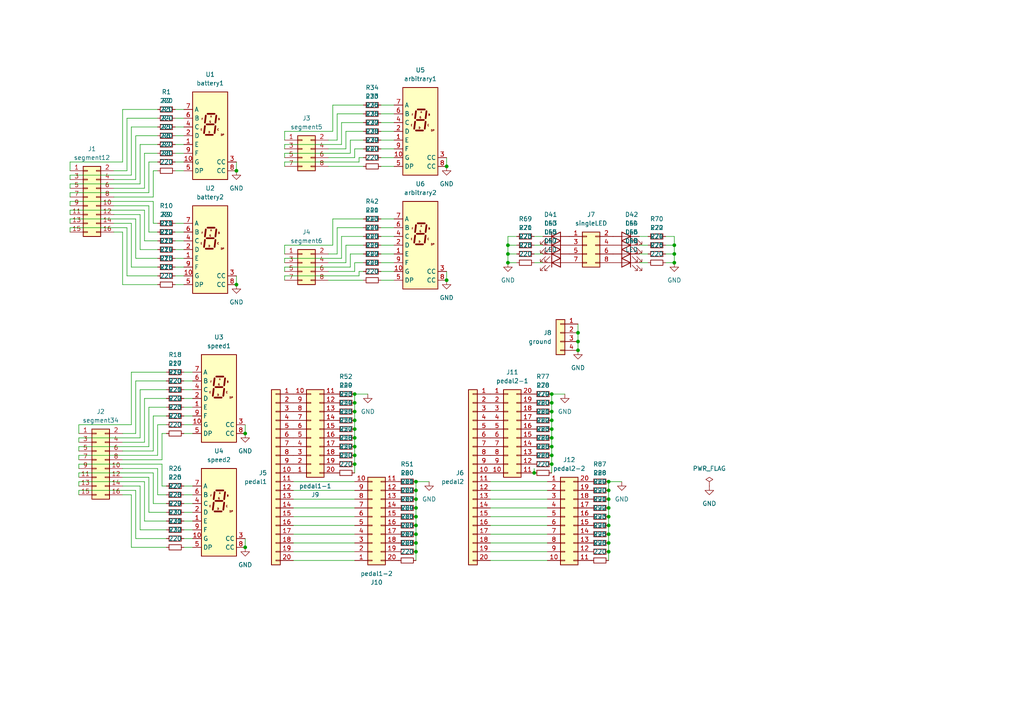
<source format=kicad_sch>
(kicad_sch (version 20230121) (generator eeschema)
  (paper "A4")
  (title_block (title "EP5 dashboard to board") (date "2024-01-01") (rev "1") (company "NTURacing") (comment 1 "郭哲明") (comment 2 "electrical group"))
  (junction (at 120.65 157.48))
  (junction (at 160.02 114.3))
  (junction (at 120.65 142.24))
  (junction (at 167.64 96.52))
  (junction (at 176.53 160.02))
  (junction (at 129.54 81.28))
  (junction (at 68.58 49.53))
  (junction (at 160.02 129.54))
  (junction (at 176.53 147.32))
  (junction (at 176.53 157.48))
  (junction (at 102.87 134.62))
  (junction (at 102.87 116.84))
  (junction (at 102.87 119.38))
  (junction (at 129.54 48.26))
  (junction (at 120.65 154.94))
  (junction (at 160.02 134.62))
  (junction (at 195.58 76.2))
  (junction (at 160.02 124.46))
  (junction (at 120.65 160.02))
  (junction (at 176.53 144.78))
  (junction (at 120.65 147.32))
  (junction (at 102.87 132.08))
  (junction (at 147.32 73.66))
  (junction (at 102.87 114.3))
  (junction (at 160.02 119.38))
  (junction (at 120.65 139.7))
  (junction (at 102.87 121.92))
  (junction (at 120.65 152.4))
  (junction (at 71.12 125.73))
  (junction (at 176.53 152.4))
  (junction (at 167.64 99.06))
  (junction (at 167.64 101.6))
  (junction (at 176.53 139.7))
  (junction (at 176.53 142.24))
  (junction (at 71.12 158.75))
  (junction (at 102.87 127))
  (junction (at 195.58 73.66))
  (junction (at 120.65 149.86))
  (junction (at 160.02 132.08))
  (junction (at 160.02 116.84))
  (junction (at 176.53 154.94))
  (junction (at 68.58 82.55))
  (junction (at 154.94 137.16))
  (junction (at 195.58 71.12))
  (junction (at 176.53 149.86))
  (junction (at 147.32 71.12))
  (junction (at 102.87 129.54))
  (junction (at 102.87 124.46))
  (junction (at 160.02 121.92))
  (junction (at 120.65 144.78))
  (junction (at 160.02 127))
  (junction (at 147.32 76.2))
  (wire (pts (xy 110.4402 66.04) (xy 114.3 66.04)))
  (wire (pts (xy 185.42 68.58) (xy 187.96 68.58)))
  (wire (pts (xy 50.8 82.55) (xy 53.34 82.55)))
  (wire (pts (xy 44.45 137.16) (xy 22.86 137.16)))
  (wire (pts (xy 53.34 158.75) (xy 55.88 158.75)))
  (wire (pts (xy 154.94 71.12) (xy 157.48 71.12)))
  (wire (pts (xy 20.32 53.34) (xy 40.64 53.34)))
  (wire (pts (xy 20.32 63.5) (xy 20.32 64.77)))
  (wire (pts (xy 97.79 40.64) (xy 97.79 33.02)))
  (wire (pts (xy 147.32 71.12) (xy 149.86 71.12)))
  (wire (pts (xy 39.37 63.5) (xy 20.32 63.5)))
  (wire (pts (xy 40.64 72.39) (xy 45.72 72.39)))
  (wire (pts (xy 20.32 60.96) (xy 20.32 62.23)))
  (wire (pts (xy 167.64 99.06) (xy 167.64 101.6)))
  (wire (pts (xy 38.1 158.75) (xy 48.26 158.75)))
  (wire (pts (xy 45.72 69.85) (xy 41.91 69.85)))
  (wire (pts (xy 85.09 152.4) (xy 102.87 152.4)))
  (wire (pts (xy 43.18 59.69) (xy 33.02 59.69)))
  (wire (pts (xy 101.6 77.47) (xy 101.6 73.66)))
  (wire (pts (xy 35.56 130.81) (xy 44.45 130.81)))
  (wire (pts (xy 35.56 31.75) (xy 45.72 31.75)))
  (wire (pts (xy 53.34 148.59) (xy 55.88 148.59)))
  (wire (pts (xy 102.87 78.74) (xy 102.87 76.2)))
  (wire (pts (xy 120.65 142.24) (xy 120.65 144.78)))
  (wire (pts (xy 114.3 45.72) (xy 110.49 45.72)))
  (wire (pts (xy 35.56 143.51) (xy 38.1 143.51)))
  (wire (pts (xy 39.37 52.07) (xy 39.37 39.37)))
  (wire (pts (xy 50.8 64.77) (xy 53.34 64.77)))
  (wire (pts (xy 110.49 68.58) (xy 114.3 68.58)))
  (wire (pts (xy 195.58 73.66) (xy 195.58 76.2)))
  (wire (pts (xy 46.99 133.35) (xy 46.99 125.73)))
  (wire (pts (xy 22.86 139.7) (xy 22.86 140.97)))
  (wire (pts (xy 22.86 129.54) (xy 43.18 129.54)))
  (wire (pts (xy 158.75 160.02) (xy 142.24 160.02)))
  (wire (pts (xy 82.55 41.91) (xy 99.06 41.91)))
  (wire (pts (xy 120.65 149.86) (xy 120.65 152.4)))
  (wire (pts (xy 176.53 149.86) (xy 176.53 152.4)))
  (wire (pts (xy 154.94 73.66) (xy 157.48 73.66)))
  (wire (pts (xy 50.8 49.53) (xy 53.34 49.53)))
  (wire (pts (xy 46.99 140.97) (xy 48.26 140.97)))
  (wire (pts (xy 147.32 76.2) (xy 149.86 76.2)))
  (wire (pts (xy 39.37 110.49) (xy 48.2102 110.49)))
  (wire (pts (xy 20.32 66.04) (xy 20.32 67.31)))
  (wire (pts (xy 44.45 49.53) (xy 45.72 49.53)))
  (wire (pts (xy 160.02 119.38) (xy 160.02 121.92)))
  (wire (pts (xy 129.54 78.74) (xy 129.54 81.28)))
  (wire (pts (xy 39.37 74.93) (xy 39.37 63.5)))
  (wire (pts (xy 35.56 125.73) (xy 39.37 125.73)))
  (wire (pts (xy 38.1 143.51) (xy 38.1 158.75)))
  (wire (pts (xy 20.32 55.88) (xy 20.32 57.15)))
  (wire (pts (xy 33.02 49.53) (xy 36.83 49.53)))
  (wire (pts (xy 110.4402 33.02) (xy 114.3 33.02)))
  (wire (pts (xy 45.72 132.08) (xy 22.86 132.08)))
  (wire (pts (xy 160.02 127) (xy 160.02 129.54)))
  (wire (pts (xy 154.94 68.58) (xy 157.48 68.58)))
  (wire (pts (xy 96.52 71.12) (xy 96.52 63.5)))
  (wire (pts (xy 82.55 44.45) (xy 101.6 44.45)))
  (wire (pts (xy 22.86 142.24) (xy 22.86 143.51)))
  (wire (pts (xy 154.94 135.89) (xy 154.94 137.16)))
  (wire (pts (xy 158.75 139.7) (xy 142.24 139.7)))
  (wire (pts (xy 33.02 52.07) (xy 39.37 52.07)))
  (wire (pts (xy 41.91 128.27) (xy 41.91 115.57)))
  (wire (pts (xy 44.45 57.15) (xy 44.45 49.53)))
  (wire (pts (xy 38.1 123.19) (xy 38.1 107.95)))
  (wire (pts (xy 40.64 53.34) (xy 40.64 41.91)))
  (wire (pts (xy 36.83 66.04) (xy 20.32 66.04)))
  (wire (pts (xy 50.8 34.29) (xy 53.34 34.29)))
  (wire (pts (xy 50.8 39.37) (xy 53.34 39.37)))
  (wire (pts (xy 187.96 76.2) (xy 185.42 76.2)))
  (wire (pts (xy 53.34 46.99) (xy 50.8 46.99)))
  (wire (pts (xy 97.79 40.64) (xy 95.25 40.64)))
  (wire (pts (xy 35.56 82.55) (xy 45.72 82.55)))
  (wire (pts (xy 193.04 71.12) (xy 195.58 71.12)))
  (wire (pts (xy 53.34 120.65) (xy 55.88 120.65)))
  (wire (pts (xy 45.72 46.99) (xy 43.18 46.99)))
  (wire (pts (xy 43.18 67.31) (xy 43.18 59.69)))
  (wire (pts (xy 22.86 130.81) (xy 22.86 129.54)))
  (wire (pts (xy 160.02 114.3) (xy 160.02 116.84)))
  (wire (pts (xy 110.49 40.64) (xy 114.3 40.64)))
  (wire (pts (xy 95.25 43.18) (xy 100.33 43.18)))
  (wire (pts (xy 154.94 76.2) (xy 157.48 76.2)))
  (wire (pts (xy 99.06 68.58) (xy 105.41 68.58)))
  (wire (pts (xy 110.49 73.66) (xy 114.3 73.66)))
  (wire (pts (xy 102.87 124.46) (xy 102.87 127)))
  (wire (pts (xy 120.65 144.78) (xy 120.65 147.32)))
  (wire (pts (xy 129.54 45.72) (xy 129.54 48.26)))
  (wire (pts (xy 195.58 68.58) (xy 195.58 71.12)))
  (wire (pts (xy 53.2902 110.49) (xy 55.88 110.49)))
  (wire (pts (xy 82.55 76.2) (xy 82.55 74.93)))
  (wire (pts (xy 82.55 43.18) (xy 82.55 41.91)))
  (wire (pts (xy 110.49 35.56) (xy 114.3 35.56)))
  (wire (pts (xy 33.02 54.61) (xy 41.91 54.61)))
  (wire (pts (xy 50.8 77.47) (xy 53.34 77.47)))
  (wire (pts (xy 105.41 45.72) (xy 104.14 45.72)))
  (wire (pts (xy 110.49 38.1) (xy 114.3 38.1)))
  (wire (pts (xy 68.58 80.01) (xy 68.58 82.55)))
  (wire (pts (xy 158.75 147.32) (xy 142.24 147.32)))
  (wire (pts (xy 20.32 50.8) (xy 38.1 50.8)))
  (wire (pts (xy 99.06 41.91) (xy 99.06 35.56)))
  (wire (pts (xy 20.32 59.69) (xy 20.32 58.42)))
  (wire (pts (xy 53.34 115.57) (xy 55.88 115.57)))
  (wire (pts (xy 36.83 34.29) (xy 45.72 34.29)))
  (wire (pts (xy 106.68 114.3) (xy 102.87 114.3)))
  (wire (pts (xy 96.52 30.48) (xy 105.41 30.48)))
  (wire (pts (xy 110.49 76.2) (xy 114.3 76.2)))
  (wire (pts (xy 53.34 140.97) (xy 55.88 140.97)))
  (wire (pts (xy 147.32 73.66) (xy 147.32 76.2)))
  (wire (pts (xy 158.75 149.86) (xy 142.24 149.86)))
  (wire (pts (xy 50.8 31.75) (xy 53.34 31.75)))
  (wire (pts (xy 102.87 121.92) (xy 102.87 124.46)))
  (wire (pts (xy 95.25 78.74) (xy 102.87 78.74)))
  (wire (pts (xy 110.49 81.28) (xy 114.3 81.28)))
  (wire (pts (xy 102.87 132.08) (xy 102.87 134.62)))
  (wire (pts (xy 180.34 139.7) (xy 176.53 139.7)))
  (wire (pts (xy 160.02 116.84) (xy 160.02 119.38)))
  (wire (pts (xy 50.8 44.45) (xy 53.34 44.45)))
  (wire (pts (xy 160.02 132.08) (xy 160.02 134.62)))
  (wire (pts (xy 40.64 41.91) (xy 45.72 41.91)))
  (wire (pts (xy 38.1 50.8) (xy 38.1 36.83)))
  (wire (pts (xy 38.1 64.77) (xy 38.1 77.47)))
  (wire (pts (xy 85.09 149.86) (xy 102.87 149.86)))
  (wire (pts (xy 82.55 77.47) (xy 101.6 77.47)))
  (wire (pts (xy 114.3 78.74) (xy 110.49 78.74)))
  (wire (pts (xy 105.41 78.74) (xy 104.14 78.74)))
  (wire (pts (xy 20.32 46.99) (xy 35.56 46.99)))
  (wire (pts (xy 193.04 68.58) (xy 195.58 68.58)))
  (wire (pts (xy 22.86 127) (xy 40.64 127)))
  (wire (pts (xy 35.56 128.27) (xy 41.91 128.27)))
  (wire (pts (xy 147.32 68.58) (xy 147.32 71.12)))
  (wire (pts (xy 43.18 148.59) (xy 48.26 148.59)))
  (wire (pts (xy 147.32 73.66) (xy 149.86 73.66)))
  (wire (pts (xy 110.49 30.48) (xy 114.3 30.48)))
  (wire (pts (xy 46.99 134.62) (xy 46.99 140.97)))
  (wire (pts (xy 97.79 73.66) (xy 95.25 73.66)))
  (wire (pts (xy 176.53 139.7) (xy 176.53 142.24)))
  (wire (pts (xy 185.42 71.12) (xy 187.96 71.12)))
  (wire (pts (xy 97.79 66.04) (xy 105.3602 66.04)))
  (wire (pts (xy 44.45 120.65) (xy 48.26 120.65)))
  (wire (pts (xy 53.34 123.19) (xy 55.88 123.19)))
  (wire (pts (xy 163.83 114.3) (xy 160.02 114.3)))
  (wire (pts (xy 82.55 80.01) (xy 82.55 81.28)))
  (wire (pts (xy 46.99 125.73) (xy 48.26 125.73)))
  (wire (pts (xy 104.14 78.74) (xy 104.14 80.01)))
  (wire (pts (xy 53.2902 143.51) (xy 55.88 143.51)))
  (wire (pts (xy 33.02 57.15) (xy 44.45 57.15)))
  (wire (pts (xy 85.09 144.78) (xy 102.87 144.78)))
  (wire (pts (xy 53.34 80.01) (xy 50.8 80.01)))
  (wire (pts (xy 85.09 162.56) (xy 102.87 162.56)))
  (wire (pts (xy 20.32 49.53) (xy 20.32 46.99)))
  (wire (pts (xy 85.09 139.7) (xy 102.87 139.7)))
  (wire (pts (xy 82.55 38.1) (xy 96.52 38.1)))
  (wire (pts (xy 22.86 137.16) (xy 22.86 138.43)))
  (wire (pts (xy 99.06 74.93) (xy 99.06 68.58)))
  (wire (pts (xy 158.75 157.48) (xy 142.24 157.48)))
  (wire (pts (xy 193.04 73.66) (xy 195.58 73.66)))
  (wire (pts (xy 102.87 116.84) (xy 102.87 119.38)))
  (wire (pts (xy 41.91 69.85) (xy 41.91 60.96)))
  (wire (pts (xy 158.75 144.78) (xy 142.24 144.78)))
  (wire (pts (xy 120.65 152.4) (xy 120.65 154.94)))
  (wire (pts (xy 120.65 160.02) (xy 120.65 162.56)))
  (wire (pts (xy 53.34 118.11) (xy 55.88 118.11)))
  (wire (pts (xy 158.75 154.94) (xy 142.24 154.94)))
  (wire (pts (xy 22.86 135.89) (xy 22.86 134.62)))
  (wire (pts (xy 120.65 139.7) (xy 120.65 142.24)))
  (wire (pts (xy 40.64 153.67) (xy 48.26 153.67)))
  (wire (pts (xy 85.09 154.94) (xy 102.87 154.94)))
  (wire (pts (xy 102.87 45.72) (xy 102.87 43.18)))
  (wire (pts (xy 176.53 147.32) (xy 176.53 149.86)))
  (wire (pts (xy 82.55 78.74) (xy 82.55 77.47)))
  (wire (pts (xy 85.09 160.02) (xy 102.87 160.02)))
  (wire (pts (xy 160.02 121.92) (xy 160.02 124.46)))
  (wire (pts (xy 41.91 151.13) (xy 41.91 139.7)))
  (wire (pts (xy 104.14 46.99) (xy 82.55 46.99)))
  (wire (pts (xy 158.75 152.4) (xy 142.24 152.4)))
  (wire (pts (xy 85.09 142.24) (xy 102.87 142.24)))
  (wire (pts (xy 104.14 45.72) (xy 104.14 46.99)))
  (wire (pts (xy 22.86 125.73) (xy 22.86 123.19)))
  (wire (pts (xy 110.49 48.26) (xy 114.3 48.26)))
  (wire (pts (xy 176.53 142.24) (xy 176.53 144.78)))
  (wire (pts (xy 147.32 68.58) (xy 149.86 68.58)))
  (wire (pts (xy 82.55 74.93) (xy 99.06 74.93)))
  (wire (pts (xy 53.34 74.93) (xy 50.8 74.93)))
  (wire (pts (xy 45.72 135.89) (xy 35.56 135.89)))
  (wire (pts (xy 110.49 43.18) (xy 114.3 43.18)))
  (wire (pts (xy 100.33 38.1) (xy 105.41 38.1)))
  (wire (pts (xy 120.65 157.48) (xy 120.65 160.02)))
  (wire (pts (xy 120.65 154.94) (xy 120.65 157.48)))
  (wire (pts (xy 101.6 40.64) (xy 105.41 40.64)))
  (wire (pts (xy 35.56 133.35) (xy 46.99 133.35)))
  (wire (pts (xy 22.86 123.19) (xy 38.1 123.19)))
  (wire (pts (xy 97.79 73.66) (xy 97.79 66.04)))
  (wire (pts (xy 41.91 115.57) (xy 48.26 115.57)))
  (wire (pts (xy 185.42 73.66) (xy 187.96 73.66)))
  (wire (pts (xy 22.86 134.62) (xy 46.99 134.62)))
  (wire (pts (xy 45.72 143.51) (xy 48.2102 143.51)))
  (wire (pts (xy 120.65 147.32) (xy 120.65 149.86)))
  (wire (pts (xy 44.45 146.05) (xy 48.26 146.05)))
  (wire (pts (xy 41.91 54.61) (xy 41.91 44.45)))
  (wire (pts (xy 102.87 76.2) (xy 105.41 76.2)))
  (wire (pts (xy 40.64 62.23) (xy 40.64 72.39)))
  (wire (pts (xy 39.37 125.73) (xy 39.37 110.49)))
  (wire (pts (xy 176.53 154.94) (xy 176.53 157.48)))
  (wire (pts (xy 50.8 72.39) (xy 53.34 72.39)))
  (wire (pts (xy 44.45 146.05) (xy 44.45 137.16)))
  (wire (pts (xy 33.02 67.31) (xy 35.56 67.31)))
  (wire (pts (xy 20.32 58.42) (xy 44.45 58.42)))
  (wire (pts (xy 102.87 114.3) (xy 102.87 116.84)))
  (wire (pts (xy 160.02 124.46) (xy 160.02 127)))
  (wire (pts (xy 85.09 147.32) (xy 102.87 147.32)))
  (wire (pts (xy 71.12 123.19) (xy 71.12 125.73)))
  (wire (pts (xy 167.64 93.98) (xy 167.64 96.52)))
  (wire (pts (xy 41.91 44.45) (xy 45.72 44.45)))
  (wire (pts (xy 40.64 140.97) (xy 40.64 153.67)))
  (wire (pts (xy 45.72 123.19) (xy 45.72 132.08)))
  (wire (pts (xy 102.87 127) (xy 102.87 129.54)))
  (wire (pts (xy 41.91 139.7) (xy 22.86 139.7)))
  (wire (pts (xy 53.34 125.73) (xy 55.88 125.73)))
  (wire (pts (xy 104.14 80.01) (xy 82.55 80.01)))
  (wire (pts (xy 40.64 113.03) (xy 48.26 113.03)))
  (wire (pts (xy 53.34 151.13) (xy 55.88 151.13)))
  (wire (pts (xy 101.6 73.66) (xy 105.41 73.66)))
  (wire (pts (xy 38.1 36.83) (xy 45.72 36.83)))
  (wire (pts (xy 102.87 119.38) (xy 102.87 121.92)))
  (wire (pts (xy 95.25 45.72) (xy 102.87 45.72)))
  (wire (pts (xy 96.52 38.1) (xy 96.52 30.48)))
  (wire (pts (xy 35.56 140.97) (xy 40.64 140.97)))
  (wire (pts (xy 43.18 118.11) (xy 48.26 118.11)))
  (wire (pts (xy 195.58 71.12) (xy 195.58 73.66)))
  (wire (pts (xy 20.32 52.07) (xy 20.32 50.8)))
  (wire (pts (xy 43.18 55.88) (xy 20.32 55.88)))
  (wire (pts (xy 53.34 107.95) (xy 55.88 107.95)))
  (wire (pts (xy 53.34 156.21) (xy 55.88 156.21)))
  (wire (pts (xy 39.37 142.24) (xy 22.86 142.24)))
  (wire (pts (xy 102.87 129.54) (xy 102.87 132.08)))
  (wire (pts (xy 22.86 128.27) (xy 22.86 127)))
  (wire (pts (xy 176.53 157.48) (xy 176.53 160.02)))
  (wire (pts (xy 39.37 156.21) (xy 48.26 156.21)))
  (wire (pts (xy 50.8 36.83) (xy 53.34 36.83)))
  (wire (pts (xy 45.72 123.19) (xy 48.26 123.19)))
  (wire (pts (xy 95.25 48.26) (xy 105.41 48.26)))
  (wire (pts (xy 43.18 46.99) (xy 43.18 55.88)))
  (wire (pts (xy 43.18 138.43) (xy 43.18 148.59)))
  (wire (pts (xy 82.55 73.66) (xy 82.55 71.12)))
  (wire (pts (xy 33.02 64.77) (xy 38.1 64.77)))
  (wire (pts (xy 100.33 71.12) (xy 105.41 71.12)))
  (wire (pts (xy 147.32 71.12) (xy 147.32 73.66)))
  (wire (pts (xy 53.34 67.31) (xy 50.7502 67.31)))
  (wire (pts (xy 36.83 49.53) (xy 36.83 34.29)))
  (wire (pts (xy 40.64 127) (xy 40.64 113.03)))
  (wire (pts (xy 43.18 129.54) (xy 43.18 118.11)))
  (wire (pts (xy 41.91 151.13) (xy 48.26 151.13)))
  (wire (pts (xy 100.33 43.18) (xy 100.33 38.1)))
  (wire (pts (xy 96.52 63.5) (xy 105.41 63.5)))
  (wire (pts (xy 53.34 153.67) (xy 55.88 153.67)))
  (wire (pts (xy 53.34 69.85) (xy 50.8 69.85)))
  (wire (pts (xy 102.87 134.62) (xy 102.87 137.16)))
  (wire (pts (xy 45.72 80.01) (xy 36.83 80.01)))
  (wire (pts (xy 110.49 63.5) (xy 114.3 63.5)))
  (wire (pts (xy 41.91 60.96) (xy 20.32 60.96)))
  (wire (pts (xy 35.56 67.31) (xy 35.56 82.55)))
  (wire (pts (xy 101.6 44.45) (xy 101.6 40.64)))
  (wire (pts (xy 158.75 162.56) (xy 142.24 162.56)))
  (wire (pts (xy 82.55 71.12) (xy 96.52 71.12)))
  (wire (pts (xy 68.58 46.99) (xy 68.58 49.53)))
  (wire (pts (xy 167.64 96.52) (xy 167.64 99.06)))
  (wire (pts (xy 44.45 58.42) (xy 44.45 64.77)))
  (wire (pts (xy 38.1 107.95) (xy 48.26 107.95)))
  (wire (pts (xy 33.02 62.23) (xy 40.64 62.23)))
  (wire (pts (xy 95.25 81.28) (xy 105.41 81.28)))
  (wire (pts (xy 45.6702 67.31) (xy 43.18 67.31)))
  (wire (pts (xy 110.49 71.12) (xy 114.3 71.12)))
  (wire (pts (xy 160.02 129.54) (xy 160.02 132.08)))
  (wire (pts (xy 176.53 144.78) (xy 176.53 147.32)))
  (wire (pts (xy 160.02 134.62) (xy 160.02 137.16)))
  (wire (pts (xy 39.37 156.21) (xy 39.37 142.24)))
  (wire (pts (xy 95.25 76.2) (xy 100.33 76.2)))
  (wire (pts (xy 38.1 77.47) (xy 45.72 77.47)))
  (wire (pts (xy 124.46 139.7) (xy 120.65 139.7)))
  (wire (pts (xy 36.83 80.01) (xy 36.83 66.04)))
  (wire (pts (xy 158.75 142.24) (xy 142.24 142.24)))
  (wire (pts (xy 71.12 156.21) (xy 71.12 158.75)))
  (wire (pts (xy 39.37 39.37) (xy 45.72 39.37)))
  (wire (pts (xy 20.32 54.61) (xy 20.32 53.34)))
  (wire (pts (xy 50.8 41.91) (xy 53.34 41.91)))
  (wire (pts (xy 44.45 64.77) (xy 45.72 64.77)))
  (wire (pts (xy 35.56 138.43) (xy 43.18 138.43)))
  (wire (pts (xy 176.53 152.4) (xy 176.53 154.94)))
  (wire (pts (xy 102.87 43.18) (xy 105.41 43.18)))
  (wire (pts (xy 35.56 46.99) (xy 35.56 31.75)))
  (wire (pts (xy 53.34 113.03) (xy 55.88 113.03)))
  (wire (pts (xy 99.06 35.56) (xy 105.41 35.56)))
  (wire (pts (xy 193.04 76.2) (xy 195.58 76.2)))
  (wire (pts (xy 176.53 160.02) (xy 176.53 162.56)))
  (wire (pts (xy 100.33 76.2) (xy 100.33 71.12)))
  (wire (pts (xy 45.72 74.93) (xy 39.37 74.93)))
  (wire (pts (xy 82.55 45.72) (xy 82.55 44.45)))
  (wire (pts (xy 45.72 143.51) (xy 45.72 135.89)))
  (wire (pts (xy 85.09 157.48) (xy 102.87 157.48)))
  (wire (pts (xy 22.86 132.08) (xy 22.86 133.35)))
  (wire (pts (xy 82.55 40.64) (xy 82.55 38.1)))
  (wire (pts (xy 82.55 46.99) (xy 82.55 48.26)))
  (wire (pts (xy 44.45 130.81) (xy 44.45 120.65)))
  (wire (pts (xy 97.79 33.02) (xy 105.3602 33.02)))
  (wire (pts (xy 53.34 146.05) (xy 55.88 146.05)))
  (symbol (lib_id "Device:R_Small") (at 48.26 31.75 90) (unit 1)
    (property "Reference" "R1" (at 48.26 26.67 90))
    (property "Value" "220" (at 48.26 29.21 90))
    (property "Footprint" "Resistor_SMD:R_0805_2012Metric" (effects hide))
  )
  (symbol (lib_id "Device:R_Small") (at 50.8 118.11 90) (unit 1)
    (property "Reference" "R21" (at 50.8 113.03 90))
    (property "Value" "220" (at 50.8 115.57 90))
    (property "Footprint" "Resistor_SMD:R_0805_2012Metric" (effects hide))
  )
  (symbol (lib_id "Device:R_Small") (at 100.33 116.84 90) (unit 1)
    (property "Reference" "R49" (at 100.33 111.76 90))
    (property "Value" "220" (at 100.33 114.3 90))
    (property "Footprint" "Resistor_SMD:R_0603_1608Metric_Pad0.98x0.95mm_HandSolder" (effects hide))
  )
  (symbol (lib_id "Device:R_Small") (at 50.8 115.57 90) (unit 1)
    (property "Reference" "R20" (at 50.8 110.49 90))
    (property "Value" "220" (at 50.8 113.03 90))
    (property "Footprint" "Resistor_SMD:R_0805_2012Metric" (effects hide))
  )
  (symbol (lib_id "Device:R_Small") (at 107.95 45.72 90) (unit 1)
    (property "Reference" "R39" (at 107.95 40.64 90))
    (property "Value" "220" (at 107.95 43.18 90))
    (property "Footprint" "Resistor_SMD:R_0805_2012Metric" (effects hide))
  )
  (symbol (lib_id "power:GND") (at 167.64 101.6 0) (unit 1)
    (property "Reference" "#PWR03" (effects hide))
    (property "Value" "GND" (at 167.64 106.68 0))
  )
  (symbol (lib_id "Device:R_Small") (at 107.9002 33.02 90) (unit 1)
    (property "Reference" "R33" (at 107.9002 27.94 90))
    (property "Value" "220" (at 107.9002 30.48 90))
    (property "Footprint" "Resistor_SMD:R_0805_2012Metric" (effects hide))
  )
  (symbol (lib_id "Device:R_Small") (at 107.9002 66.04 90) (unit 1)
    (property "Reference" "R41" (at 107.9002 60.96 90))
    (property "Value" "220" (at 107.9002 63.5 90))
    (property "Footprint" "Resistor_SMD:R_0805_2012Metric" (effects hide))
  )
  (symbol (lib_id "Device:R_Small") (at 100.33 137.16 90) (unit 1)
    (property "Reference" "R50" (at 100.33 132.08 90))
    (property "Value" "220" (at 100.33 134.62 90))
    (property "Footprint" "Resistor_SMD:R_0603_1608Metric_Pad0.98x0.95mm_HandSolder" (effects hide))
  )
  (symbol (lib_id "Device:R_Small") (at 48.26 77.47 90) (unit 1)
    (property "Reference" "R14" (at 48.26 72.39 90))
    (property "Value" "220" (at 48.26 74.93 90))
    (property "Footprint" "Resistor_SMD:R_0805_2012Metric" (effects hide))
  )
  (symbol (lib_id "Device:R_Small") (at 107.95 63.5 90) (unit 1)
    (property "Reference" "R42" (at 107.95 58.42 90))
    (property "Value" "220" (at 107.95 60.96 90))
    (property "Footprint" "Resistor_SMD:R_0805_2012Metric" (effects hide))
  )
  (symbol (lib_id "power:GND") (at 68.58 82.55 0) (unit 1)
    (property "Reference" "#PWR06" (effects hide))
    (property "Value" "GND" (at 68.58 87.63 0))
  )
  (symbol (lib_id "power:GND") (at 147.32 76.2 0) (unit 1)
    (property "Reference" "#PWR013" (effects hide))
    (property "Value" "GND" (at 147.32 81.28 0))
  )
  (symbol (lib_id "Device:R_Small") (at 152.4 76.2 90) (unit 1)
    (property "Reference" "R75" (at 152.4 71.12 90))
    (property "Value" "220" (at 152.4 73.66 90))
    (property "Footprint" "Resistor_SMD:R_0805_2012Metric" (effects hide))
  )
  (symbol (lib_id "Device:R_Small") (at 173.99 152.4 90) (unit 1)
    (property "Reference" "R92" (at 173.99 147.32 90))
    (property "Value" "220" (at 173.99 149.86 90))
    (property "Footprint" "Resistor_SMD:R_0603_1608Metric_Pad0.98x0.95mm_HandSolder" (effects hide))
  )
  (symbol (lib_id "Device:R_Small") (at 50.8 158.75 90) (unit 1)
    (property "Reference" "R32" (at 50.8 153.67 90))
    (property "Value" "220" (at 50.8 156.21 90))
    (property "Footprint" "Resistor_SMD:R_0805_2012Metric" (effects hide))
  )
  (symbol (lib_id "Device:R_Small") (at 50.8 140.97 90) (unit 1)
    (property "Reference" "R26" (at 50.8 135.89 90))
    (property "Value" "220" (at 50.8 138.43 90))
    (property "Footprint" "Resistor_SMD:R_0805_2012Metric" (effects hide))
  )
  (symbol (lib_id "Device:R_Small") (at 107.95 43.18 90) (unit 1)
    (property "Reference" "R38" (at 107.95 38.1 90))
    (property "Value" "220" (at 107.95 40.64 90))
    (property "Footprint" "Resistor_SMD:R_0805_2012Metric" (effects hide))
  )
  (symbol (lib_id "Connector_Generic:Conn_02x04_Odd_Even") (at 87.63 43.18 0) (unit 1)
    (property "Reference" "J3" (at 88.9 34.29 0))
    (property "Value" "segment5" (at 88.9 36.83 0))
    (property "Footprint" "Connector_PinHeader_2.54mm:PinHeader_2x04_P2.54mm_Vertical" (effects hide))
  )
  (symbol (lib_id "Device:R_Small") (at 50.7502 143.51 90) (unit 1)
    (property "Reference" "R25" (at 50.7502 138.43 90))
    (property "Value" "220" (at 50.7502 140.97 90))
    (property "Footprint" "Resistor_SMD:R_0805_2012Metric" (effects hide))
  )
  (symbol (lib_id "Device:R_Small") (at 118.11 139.7 90) (unit 1)
    (property "Reference" "R51" (at 118.11 134.62 90))
    (property "Value" "220" (at 118.11 137.16 90))
    (property "Footprint" "Resistor_SMD:R_0603_1608Metric_Pad0.98x0.95mm_HandSolder" (effects hide))
  )
  (symbol (lib_id "Device:R_Small") (at 107.95 30.48 90) (unit 1)
    (property "Reference" "R34" (at 107.95 25.4 90))
    (property "Value" "220" (at 107.95 27.94 90))
    (property "Footprint" "Resistor_SMD:R_0805_2012Metric" (effects hide))
  )
  (symbol (lib_id "Device:R_Small") (at 107.95 71.12 90) (unit 1)
    (property "Reference" "R44" (at 107.95 66.04 90))
    (property "Value" "220" (at 107.95 68.58 90))
    (property "Footprint" "Resistor_SMD:R_0805_2012Metric" (effects hide))
  )
  (symbol (lib_id "Display_Character:SM420561N") (at 60.96 72.39 0) (unit 1)
    (property "Reference" "U2" (at 60.96 54.61 0))
    (property "Value" "battery2" (at 60.96 57.15 0))
    (property "Footprint" "Display_7Segment:7SegmentLED_LTS6760_LTS6780" (effects hide))
    (property "Datasheet" "https://datasheet.lcsc.com/szlcsc/Wuxi-ARK-Tech-Elec-SM420561N_C141367.pdf" (effects hide))
  )
  (symbol (lib_id "Device:R_Small") (at 107.95 48.26 90) (unit 1)
    (property "Reference" "R40" (at 107.95 43.18 90))
    (property "Value" "220" (at 107.95 45.72 90))
    (property "Footprint" "Resistor_SMD:R_0805_2012Metric" (effects hide))
  )
  (symbol (lib_id "Device:LED") (at 161.29 71.12 0) (unit 1)
    (property "Reference" "D43" (at 159.7025 64.77 0))
    (property "Value" "LED" (at 159.7025 67.31 0))
    (property "Footprint" "LED_SMD:LED_PLCC_2835" (effects hide))
  )
  (symbol (lib_id "power:GND") (at 129.54 81.28 0) (unit 1)
    (property "Reference" "#PWR09" (effects hide))
    (property "Value" "GND" (at 129.54 86.36 0))
  )
  (symbol (lib_id "Device:R_Small") (at 118.11 152.4 90) (unit 1)
    (property "Reference" "R64" (at 118.11 147.32 90))
    (property "Value" "220" (at 118.11 149.86 90))
    (property "Footprint" "Resistor_SMD:R_0603_1608Metric_Pad0.98x0.95mm_HandSolder" (effects hide))
  )
  (symbol (lib_id "Device:R_Small") (at 50.8 125.73 90) (unit 1)
    (property "Reference" "R24" (at 50.8 120.65 90))
    (property "Value" "220" (at 50.8 123.19 90))
    (property "Footprint" "Resistor_SMD:R_0805_2012Metric" (effects hide))
  )
  (symbol (lib_id "Device:R_Small") (at 173.99 147.32 90) (unit 1)
    (property "Reference" "R90" (at 173.99 142.24 90))
    (property "Value" "220" (at 173.99 144.78 90))
    (property "Footprint" "Resistor_SMD:R_0603_1608Metric_Pad0.98x0.95mm_HandSolder" (effects hide))
  )
  (symbol (lib_id "Display_Character:SM420561N") (at 63.5 148.59 0) (unit 1)
    (property "Reference" "U4" (at 63.5 130.81 0))
    (property "Value" "speed2" (at 63.5 133.35 0))
    (property "Footprint" "Display_7Segment:7SegmentLED_LTS6760_LTS6780" (effects hide))
    (property "Datasheet" "https://datasheet.lcsc.com/szlcsc/Wuxi-ARK-Tech-Elec-SM420561N_C141367.pdf" (effects hide))
  )
  (symbol (lib_id "Device:R_Small") (at 48.26 34.29 90) (unit 1)
    (property "Reference" "R2" (at 48.26 29.21 90))
    (property "Value" "220" (at 48.26 31.75 90))
    (property "Footprint" "Resistor_SMD:R_0805_2012Metric" (effects hide))
  )
  (symbol (lib_id "Device:R_Small") (at 107.95 68.58 90) (unit 1)
    (property "Reference" "R43" (at 107.95 63.5 90))
    (property "Value" "220" (at 107.95 66.04 90))
    (property "Footprint" "Resistor_SMD:R_0805_2012Metric" (effects hide))
  )
  (symbol (lib_id "Device:R_Small") (at 173.99 162.56 90) (unit 1)
    (property "Reference" "R96" (at 173.99 157.48 90))
    (property "Value" "220" (at 173.99 160.02 90))
    (property "Footprint" "Resistor_SMD:R_0603_1608Metric_Pad0.98x0.95mm_HandSolder" (effects hide))
  )
  (symbol (lib_id "Connector_Generic:Conn_02x10_Counter_Clockwise") (at 147.32 124.46 0) (unit 1)
    (property "Reference" "J11" (at 148.59 107.95 0))
    (property "Value" "pedal2-1" (at 148.59 110.49 0))
    (property "Footprint" "Package_DIP:DIP-20_W7.62mm" (effects hide))
  )
  (symbol (lib_id "Device:R_Small") (at 190.5 68.58 90) (unit 1)
    (property "Reference" "R70" (at 190.5 63.5 90))
    (property "Value" "220" (at 190.5 66.04 90))
    (property "Footprint" "Resistor_SMD:R_0805_2012Metric" (effects hide))
  )
  (symbol (lib_id "Device:R_Small") (at 173.99 139.7 90) (unit 1)
    (property "Reference" "R87" (at 173.99 134.62 90))
    (property "Value" "220" (at 173.99 137.16 90))
    (property "Footprint" "Resistor_SMD:R_0603_1608Metric_Pad0.98x0.95mm_HandSolder" (effects hide))
  )
  (symbol (lib_id "Device:R_Small") (at 173.99 144.78 90) (unit 1)
    (property "Reference" "R89" (at 173.99 139.7 90))
    (property "Value" "220" (at 173.99 142.24 90))
    (property "Footprint" "Resistor_SMD:R_0603_1608Metric_Pad0.98x0.95mm_HandSolder" (effects hide))
  )
  (symbol (lib_id "power:GND") (at 71.12 158.75 0) (unit 1)
    (property "Reference" "#PWR011" (effects hide))
    (property "Value" "GND" (at 71.12 163.83 0))
  )
  (symbol (lib_id "Device:R_Small") (at 100.33 121.92 90) (unit 1)
    (property "Reference" "R54" (at 100.33 116.84 90))
    (property "Value" "220" (at 100.33 119.38 90))
    (property "Footprint" "Resistor_SMD:R_0603_1608Metric_Pad0.98x0.95mm_HandSolder" (effects hide))
  )
  (symbol (lib_id "Device:R_Small") (at 48.26 49.53 90) (unit 1)
    (property "Reference" "R8" (at 48.26 44.45 90))
    (property "Value" "220" (at 48.26 46.99 90))
    (property "Footprint" "Resistor_SMD:R_0805_2012Metric" (effects hide))
  )
  (symbol (lib_id "Device:R_Small") (at 100.33 132.08 90) (unit 1)
    (property "Reference" "R58" (at 100.33 127 90))
    (property "Value" "220" (at 100.33 129.54 90))
    (property "Footprint" "Resistor_SMD:R_0603_1608Metric_Pad0.98x0.95mm_HandSolder" (effects hide))
  )
  (symbol (lib_id "Device:R_Small") (at 157.48 116.84 90) (unit 1)
    (property "Reference" "R78" (at 157.48 111.76 90))
    (property "Value" "220" (at 157.48 114.3 90))
    (property "Footprint" "Resistor_SMD:R_0603_1608Metric_Pad0.98x0.95mm_HandSolder" (effects hide))
  )
  (symbol (lib_id "Device:R_Small") (at 173.99 157.48 90) (unit 1)
    (property "Reference" "R94" (at 173.99 152.4 90))
    (property "Value" "220" (at 173.99 154.94 90))
    (property "Footprint" "Resistor_SMD:R_0603_1608Metric_Pad0.98x0.95mm_HandSolder" (effects hide))
  )
  (symbol (lib_id "Device:R_Small") (at 50.8 148.59 90) (unit 1)
    (property "Reference" "R28" (at 50.8 143.51 90))
    (property "Value" "220" (at 50.8 146.05 90))
    (property "Footprint" "Resistor_SMD:R_0805_2012Metric" (effects hide))
  )
  (symbol (lib_id "Connector_Generic:Conn_01x20") (at 80.01 137.16 0) (mirror y) (unit 1)
    (property "Reference" "J5" (at 77.47 137.16 0) (effects (justify left)))
    (property "Value" "pedal1" (at 77.47 139.7 0) (effects (justify left)))
    (property "Footprint" "Connector_PinHeader_2.54mm:PinHeader_1x20_P2.54mm_Vertical" (effects hide))
  )
  (symbol (lib_id "Device:R_Small") (at 190.5 71.12 90) (unit 1)
    (property "Reference" "R72" (at 190.5 66.04 90))
    (property "Value" "220" (at 190.5 68.58 90))
    (property "Footprint" "Resistor_SMD:R_0805_2012Metric" (effects hide))
  )
  (symbol (lib_id "Device:R_Small") (at 48.26 44.45 90) (unit 1)
    (property "Reference" "R6" (at 48.26 39.37 90))
    (property "Value" "220" (at 48.26 41.91 90))
    (property "Footprint" "Resistor_SMD:R_0805_2012Metric" (effects hide))
  )
  (symbol (lib_id "Device:R_Small") (at 107.95 73.66 90) (unit 1)
    (property "Reference" "R45" (at 107.95 68.58 90))
    (property "Value" "220" (at 107.95 71.12 90))
    (property "Footprint" "Resistor_SMD:R_0805_2012Metric" (effects hide))
  )
  (symbol (lib_id "power:GND") (at 106.68 114.3 0) (unit 1)
    (property "Reference" "#PWR01" (effects hide))
    (property "Value" "GND" (at 106.68 119.38 0))
  )
  (symbol (lib_id "Device:R_Small") (at 152.4 68.58 90) (unit 1)
    (property "Reference" "R69" (at 152.4 63.5 90))
    (property "Value" "220" (at 152.4 66.04 90))
    (property "Footprint" "Resistor_SMD:R_0805_2012Metric" (effects hide))
  )
  (symbol (lib_id "power:GND") (at 68.58 49.53 0) (unit 1)
    (property "Reference" "#PWR07" (effects hide))
    (property "Value" "GND" (at 68.58 54.61 0))
  )
  (symbol (lib_id "Device:R_Small") (at 50.8 123.19 90) (unit 1)
    (property "Reference" "R23" (at 50.8 118.11 90))
    (property "Value" "220" (at 50.8 120.65 90))
    (property "Footprint" "Resistor_SMD:R_0805_2012Metric" (effects hide))
  )
  (symbol (lib_id "Device:R_Small") (at 100.33 134.62 90) (unit 1)
    (property "Reference" "R59" (at 100.33 129.54 90))
    (property "Value" "220" (at 100.33 132.08 90))
    (property "Footprint" "Resistor_SMD:R_0603_1608Metric_Pad0.98x0.95mm_HandSolder" (effects hide))
  )
  (symbol (lib_id "Display_Character:SM420561N") (at 63.5 115.57 0) (unit 1)
    (property "Reference" "U3" (at 63.5 97.79 0))
    (property "Value" "speed1" (at 63.5 100.33 0))
    (property "Footprint" "Display_7Segment:7SegmentLED_LTS6760_LTS6780" (effects hide))
    (property "Datasheet" "https://datasheet.lcsc.com/szlcsc/Wuxi-ARK-Tech-Elec-SM420561N_C141367.pdf" (effects hide))
  )
  (symbol (lib_id "power:GND") (at 124.46 139.7 0) (unit 1)
    (property "Reference" "#PWR04" (effects hide))
    (property "Value" "GND" (at 124.46 144.78 0))
  )
  (symbol (lib_id "power:GND") (at 180.34 139.7 0) (unit 1)
    (property "Reference" "#PWR05" (effects hide))
    (property "Value" "GND" (at 180.34 144.78 0))
  )
  (symbol (lib_id "Device:R_Small") (at 50.8 153.67 90) (unit 1)
    (property "Reference" "R30" (at 50.8 148.59 90))
    (property "Value" "220" (at 50.8 151.13 90))
    (property "Footprint" "Resistor_SMD:R_0805_2012Metric" (effects hide))
  )
  (symbol (lib_id "Device:R_Small") (at 107.95 38.1 90) (unit 1)
    (property "Reference" "R36" (at 107.95 33.02 90))
    (property "Value" "220" (at 107.95 35.56 90))
    (property "Footprint" "Resistor_SMD:R_0805_2012Metric" (effects hide))
  )
  (symbol (lib_id "Device:R_Small") (at 157.48 121.92 90) (unit 1)
    (property "Reference" "R80" (at 157.48 116.84 90))
    (property "Value" "220" (at 157.48 119.38 90))
    (property "Footprint" "Resistor_SMD:R_0603_1608Metric_Pad0.98x0.95mm_HandSolder" (effects hide))
  )
  (symbol (lib_id "Device:R_Small") (at 190.5 73.66 90) (unit 1)
    (property "Reference" "R74" (at 190.5 68.58 90))
    (property "Value" "220" (at 190.5 71.12 90))
    (property "Footprint" "Resistor_SMD:R_0805_2012Metric" (effects hide))
  )
  (symbol (lib_id "Device:R_Small") (at 118.11 157.48 90) (unit 1)
    (property "Reference" "R66" (at 118.11 152.4 90))
    (property "Value" "220" (at 118.11 154.94 90))
    (property "Footprint" "Resistor_SMD:R_0603_1608Metric_Pad0.98x0.95mm_HandSolder" (effects hide))
  )
  (symbol (lib_id "Device:R_Small") (at 173.99 154.94 90) (unit 1)
    (property "Reference" "R93" (at 173.99 149.86 90))
    (property "Value" "220" (at 173.99 152.4 90))
    (property "Footprint" "Resistor_SMD:R_0603_1608Metric_Pad0.98x0.95mm_HandSolder" (effects hide))
  )
  (symbol (lib_id "Connector_Generic:Conn_02x08_Odd_Even") (at 27.94 133.35 0) (unit 1)
    (property "Reference" "J2" (at 29.21 119.38 0))
    (property "Value" "segment34" (at 29.21 121.92 0))
    (property "Footprint" "Connector_PinHeader_2.54mm:PinHeader_2x08_P2.54mm_Vertical" (effects hide))
  )
  (symbol (lib_id "Device:LED") (at 181.61 71.12 0) (mirror y) (unit 1)
    (property "Reference" "D44" (at 183.1975 64.77 0))
    (property "Value" "LED" (at 183.1975 67.31 0))
    (property "Footprint" "LED_SMD:LED_PLCC_2835" (effects hide))
  )
  (symbol (lib_id "Device:R_Small") (at 48.26 74.93 90) (unit 1)
    (property "Reference" "R13" (at 48.26 69.85 90))
    (property "Value" "220" (at 48.26 72.39 90))
    (property "Footprint" "Resistor_SMD:R_0805_2012Metric" (effects hide))
  )
  (symbol (lib_id "power:PWR_FLAG") (at 205.74 140.97 0) (unit 1)
    (property "Reference" "#FLG01" (effects hide))
    (property "Value" "PWR_FLAG" (at 205.74 135.89 0))
  )
  (symbol (lib_id "Device:R_Small") (at 48.26 39.37 90) (unit 1)
    (property "Reference" "R4" (at 48.26 34.29 90))
    (property "Value" "220" (at 48.26 36.83 90))
    (property "Footprint" "Resistor_SMD:R_0805_2012Metric" (effects hide))
  )
  (symbol (lib_id "Display_Character:SM420561N") (at 121.92 38.1 0) (unit 1)
    (property "Reference" "U5" (at 121.92 20.32 0))
    (property "Value" "arbitrary1" (at 121.92 22.86 0))
    (property "Footprint" "Display_7Segment:7SegmentLED_LTS6760_LTS6780" (effects hide))
    (property "Datasheet" "https://datasheet.lcsc.com/szlcsc/Wuxi-ARK-Tech-Elec-SM420561N_C141367.pdf" (effects hide))
  )
  (symbol (lib_id "Connector_Generic:Conn_02x10_Counter_Clockwise") (at 90.17 127 0) (mirror x) (unit 1)
    (property "Reference" "J9" (at 91.44 143.51 0))
    (property "Value" "pedal1-1" (at 91.44 140.97 0))
    (property "Footprint" "Package_DIP:DIP-20_W7.62mm" (effects hide))
  )
  (symbol (lib_id "Device:R_Small") (at 157.48 134.62 90) (unit 1)
    (property "Reference" "R85" (at 157.48 129.54 90))
    (property "Value" "220" (at 157.48 132.08 90))
    (property "Footprint" "Resistor_SMD:R_0603_1608Metric_Pad0.98x0.95mm_HandSolder" (effects hide))
  )
  (symbol (lib_id "power:GND") (at 195.58 76.2 0) (unit 1)
    (property "Reference" "#PWR012" (effects hide))
    (property "Value" "GND" (at 195.58 81.28 0))
  )
  (symbol (lib_id "Device:R_Small") (at 107.95 78.74 90) (unit 1)
    (property "Reference" "R47" (at 107.95 73.66 90))
    (property "Value" "220" (at 107.95 76.2 90))
    (property "Footprint" "Resistor_SMD:R_0805_2012Metric" (effects hide))
  )
  (symbol (lib_id "Device:R_Small") (at 48.26 82.55 90) (unit 1)
    (property "Reference" "R16" (at 48.26 77.47 90))
    (property "Value" "220" (at 48.26 80.01 90))
    (property "Footprint" "Resistor_SMD:R_0805_2012Metric" (effects hide))
  )
  (symbol (lib_id "Device:R_Small") (at 173.99 149.86 90) (unit 1)
    (property "Reference" "R91" (at 173.99 144.78 90))
    (property "Value" "220" (at 173.99 147.32 90))
    (property "Footprint" "Resistor_SMD:R_0603_1608Metric_Pad0.98x0.95mm_HandSolder" (effects hide))
  )
  (symbol (lib_id "Connector_Generic:Conn_02x08_Odd_Even") (at 25.4 57.15 0) (unit 1)
    (property "Reference" "J1" (at 26.67 43.18 0))
    (property "Value" "segment12" (at 26.67 45.72 0))
    (property "Footprint" "Connector_PinHeader_2.54mm:PinHeader_2x08_P2.54mm_Vertical" (effects hide))
  )
  (symbol (lib_id "Device:LED") (at 181.61 76.2 0) (mirror y) (unit 1)
    (property "Reference" "D48" (at 183.1975 69.85 0))
    (property "Value" "LED" (at 183.1975 72.39 0))
    (property "Footprint" "LED_SMD:LED_PLCC_2835" (effects hide))
  )
  (symbol (lib_id "Device:R_Small") (at 118.11 154.94 90) (unit 1)
    (property "Reference" "R65" (at 118.11 149.86 90))
    (property "Value" "220" (at 118.11 152.4 90))
    (property "Footprint" "Resistor_SMD:R_0603_1608Metric_Pad0.98x0.95mm_HandSolder" (effects hide))
  )
  (symbol (lib_id "Device:R_Small") (at 118.11 162.56 90) (unit 1)
    (property "Reference" "R68" (at 118.11 157.48 90))
    (property "Value" "220" (at 118.11 160.02 90))
    (property "Footprint" "Resistor_SMD:R_0603_1608Metric_Pad0.98x0.95mm_HandSolder" (effects hide))
  )
  (symbol (lib_id "Device:R_Small") (at 50.7502 110.49 90) (unit 1)
    (property "Reference" "R17" (at 50.7502 105.41 90))
    (property "Value" "220" (at 50.7502 107.95 90))
    (property "Footprint" "Resistor_SMD:R_0805_2012Metric" (effects hide))
  )
  (symbol (lib_id "Device:R_Small") (at 118.11 147.32 90) (unit 1)
    (property "Reference" "R62" (at 118.11 142.24 90))
    (property "Value" "220" (at 118.11 144.78 90))
    (property "Footprint" "Resistor_SMD:R_0603_1608Metric_Pad0.98x0.95mm_HandSolder" (effects hide))
  )
  (symbol (lib_id "Device:R_Small") (at 50.8 120.65 90) (unit 1)
    (property "Reference" "R22" (at 50.8 115.57 90))
    (property "Value" "220" (at 50.8 118.11 90))
    (property "Footprint" "Resistor_SMD:R_0805_2012Metric" (effects hide))
  )
  (symbol (lib_id "Device:R_Small") (at 157.48 127 90) (unit 1)
    (property "Reference" "R82" (at 157.48 121.92 90))
    (property "Value" "220" (at 157.48 124.46 90))
    (property "Footprint" "Resistor_SMD:R_0603_1608Metric_Pad0.98x0.95mm_HandSolder" (effects hide))
  )
  (symbol (lib_id "Device:R_Small") (at 107.95 81.28 90) (unit 1)
    (property "Reference" "R48" (at 107.95 76.2 90))
    (property "Value" "220" (at 107.95 78.74 90))
    (property "Footprint" "Resistor_SMD:R_0805_2012Metric" (effects hide))
  )
  (symbol (lib_id "Device:R_Small") (at 50.8 156.21 90) (unit 1)
    (property "Reference" "R31" (at 50.8 151.13 90))
    (property "Value" "220" (at 50.8 153.67 90))
    (property "Footprint" "Resistor_SMD:R_0805_2012Metric" (effects hide))
  )
  (symbol (lib_id "Device:R_Small") (at 50.8 146.05 90) (unit 1)
    (property "Reference" "R27" (at 50.8 140.97 90))
    (property "Value" "220" (at 50.8 143.51 90))
    (property "Footprint" "Resistor_SMD:R_0805_2012Metric" (effects hide))
  )
  (symbol (lib_id "Device:R_Small") (at 173.99 142.24 90) (unit 1)
    (property "Reference" "R88" (at 173.99 137.16 90))
    (property "Value" "220" (at 173.99 139.7 90))
    (property "Footprint" "Resistor_SMD:R_0603_1608Metric_Pad0.98x0.95mm_HandSolder" (effects hide))
  )
  (symbol (lib_id "Device:R_Small") (at 100.33 129.54 90) (unit 1)
    (property "Reference" "R57" (at 100.33 124.46 90))
    (property "Value" "220" (at 100.33 127 90))
    (property "Footprint" "Resistor_SMD:R_0603_1608Metric_Pad0.98x0.95mm_HandSolder" (effects hide))
  )
  (symbol (lib_id "Device:R_Small") (at 118.11 142.24 90) (unit 1)
    (property "Reference" "R60" (at 118.11 137.16 90))
    (property "Value" "220" (at 118.11 139.7 90))
    (property "Footprint" "Resistor_SMD:R_0603_1608Metric_Pad0.98x0.95mm_HandSolder" (effects hide))
  )
  (symbol (lib_id "Device:R_Small") (at 152.4 73.66 90) (unit 1)
    (property "Reference" "R73" (at 152.4 68.58 90))
    (property "Value" "220" (at 152.4 71.12 90))
    (property "Footprint" "Resistor_SMD:R_0805_2012Metric" (effects hide))
  )
  (symbol (lib_id "Device:R_Small") (at 157.48 137.16 90) (unit 1)
    (property "Reference" "R86" (at 157.48 132.08 90))
    (property "Value" "220" (at 157.48 134.62 90))
    (property "Footprint" "Resistor_SMD:R_0603_1608Metric_Pad0.98x0.95mm_HandSolder" (effects hide))
  )
  (symbol (lib_id "Device:LED") (at 161.29 73.66 0) (unit 1)
    (property "Reference" "D45" (at 159.7025 67.31 0))
    (property "Value" "LED" (at 159.7025 69.85 0))
    (property "Footprint" "LED_SMD:LED_PLCC_2835" (effects hide))
  )
  (symbol (lib_id "Device:R_Small") (at 100.33 124.46 90) (unit 1)
    (property "Reference" "R55" (at 100.33 119.38 90))
    (property "Value" "220" (at 100.33 121.92 90))
    (property "Footprint" "Resistor_SMD:R_0603_1608Metric_Pad0.98x0.95mm_HandSolder" (effects hide))
  )
  (symbol (lib_id "Device:R_Small") (at 48.26 69.85 90) (unit 1)
    (property "Reference" "R11" (at 48.26 64.77 90))
    (property "Value" "220" (at 48.26 67.31 90))
    (property "Footprint" "Resistor_SMD:R_0805_2012Metric" (effects hide))
  )
  (symbol (lib_id "Device:R_Small") (at 107.95 35.56 90) (unit 1)
    (property "Reference" "R35" (at 107.95 30.48 90))
    (property "Value" "220" (at 107.95 33.02 90))
    (property "Footprint" "Resistor_SMD:R_0805_2012Metric" (effects hide))
  )
  (symbol (lib_id "power:GND") (at 205.74 140.97 0) (unit 1)
    (property "Reference" "#PWR014" (effects hide))
    (property "Value" "GND" (at 205.74 146.05 0))
  )
  (symbol (lib_id "Device:R_Small") (at 48.26 46.99 90) (unit 1)
    (property "Reference" "R7" (at 48.26 41.91 90))
    (property "Value" "220" (at 48.26 44.45 90))
    (property "Footprint" "Resistor_SMD:R_0805_2012Metric" (effects hide))
  )
  (symbol (lib_id "Connector_Generic:Conn_02x04_Odd_Even") (at 170.18 71.12 0) (unit 1)
    (property "Reference" "J7" (at 171.45 62.23 0))
    (property "Value" "singleLED" (at 171.45 64.77 0))
    (property "Footprint" "Connector_PinHeader_2.54mm:PinHeader_2x04_P2.54mm_Vertical" (effects hide))
  )
  (symbol (lib_id "Device:R_Small") (at 48.26 36.83 90) (unit 1)
    (property "Reference" "R3" (at 48.26 31.75 90))
    (property "Value" "220" (at 48.3098 34.29 90))
    (property "Footprint" "Resistor_SMD:R_0805_2012Metric" (effects hide))
  )
  (symbol (lib_id "Device:R_Small") (at 190.5 76.2 90) (unit 1)
    (property "Reference" "R76" (at 190.5 71.12 90))
    (property "Value" "220" (at 190.5 73.66 90))
    (property "Footprint" "Resistor_SMD:R_0805_2012Metric" (effects hide))
  )
  (symbol (lib_id "Device:R_Small") (at 107.95 40.64 90) (unit 1)
    (property "Reference" "R37" (at 107.95 35.56 90))
    (property "Value" "220" (at 107.95 38.1 90))
    (property "Footprint" "Resistor_SMD:R_0805_2012Metric" (effects hide))
  )
  (symbol (lib_id "Device:R_Small") (at 118.11 144.78 90) (unit 1)
    (property "Reference" "R61" (at 118.11 139.7 90))
    (property "Value" "220" (at 118.11 142.24 90))
    (property "Footprint" "Resistor_SMD:R_0603_1608Metric_Pad0.98x0.95mm_HandSolder" (effects hide))
  )
  (symbol (lib_id "Device:R_Small") (at 118.11 160.02 90) (unit 1)
    (property "Reference" "R67" (at 118.11 154.94 90))
    (property "Value" "220" (at 118.11 157.48 90))
    (property "Footprint" "Resistor_SMD:R_0603_1608Metric_Pad0.98x0.95mm_HandSolder" (effects hide))
  )
  (symbol (lib_id "Device:R_Small") (at 48.26 72.39 90) (unit 1)
    (property "Reference" "R12" (at 48.26 67.31 90))
    (property "Value" "220" (at 48.26 69.85 90))
    (property "Footprint" "Resistor_SMD:R_0805_2012Metric" (effects hide))
  )
  (symbol (lib_id "power:GND") (at 163.83 114.3 0) (unit 1)
    (property "Reference" "#PWR02" (effects hide))
    (property "Value" "GND" (at 163.83 119.38 0))
  )
  (symbol (lib_id "Connector_Generic:Conn_01x04") (at 162.56 96.52 0) (mirror y) (unit 1)
    (property "Reference" "J8" (at 160.02 96.52 0) (effects (justify left)))
    (property "Value" "ground" (at 160.02 99.06 0) (effects (justify left)))
    (property "Footprint" "Connector_PinHeader_2.54mm:PinHeader_1x04_P2.54mm_Vertical" (effects hide))
  )
  (symbol (lib_id "Device:R_Small") (at 152.4 71.12 90) (unit 1)
    (property "Reference" "R71" (at 152.4 66.04 90))
    (property "Value" "220" (at 152.4 68.58 90))
    (property "Footprint" "Resistor_SMD:R_0805_2012Metric" (effects hide))
  )
  (symbol (lib_id "Device:R_Small") (at 107.95 76.2 90) (unit 1)
    (property "Reference" "R46" (at 107.95 71.12 90))
    (property "Value" "220" (at 107.95 73.66 90))
    (property "Footprint" "Resistor_SMD:R_0805_2012Metric" (effects hide))
  )
  (symbol (lib_id "Device:LED") (at 181.61 68.58 0) (mirror y) (unit 1)
    (property "Reference" "D42" (at 183.1975 62.23 0))
    (property "Value" "LED" (at 183.1975 64.77 0))
    (property "Footprint" "LED_SMD:LED_PLCC_2835" (effects hide))
  )
  (symbol (lib_id "Device:R_Small") (at 118.11 149.86 90) (unit 1)
    (property "Reference" "R63" (at 118.11 144.78 90))
    (property "Value" "220" (at 118.11 147.32 90))
    (property "Footprint" "Resistor_SMD:R_0603_1608Metric_Pad0.98x0.95mm_HandSolder" (effects hide))
  )
  (symbol (lib_id "Device:LED") (at 161.29 68.58 0) (unit 1)
    (property "Reference" "D41" (at 159.7025 62.23 0))
    (property "Value" "LED" (at 159.7025 64.77 0))
    (property "Footprint" "LED_SMD:LED_PLCC_2835" (effects hide))
  )
  (symbol (lib_id "Device:R_Small") (at 50.8 107.95 90) (unit 1)
    (property "Reference" "R18" (at 50.8 102.87 90))
    (property "Value" "220" (at 50.8 105.41 90))
    (property "Footprint" "Resistor_SMD:R_0805_2012Metric" (effects hide))
  )
  (symbol (lib_id "power:GND") (at 71.12 125.73 0) (unit 1)
    (property "Reference" "#PWR010" (effects hide))
    (property "Value" "GND" (at 71.12 130.81 0))
  )
  (symbol (lib_id "Display_Character:SM420561N") (at 60.96 39.37 0) (unit 1)
    (property "Reference" "U1" (at 60.96 21.59 0))
    (property "Value" "battery1" (at 60.96 24.13 0))
    (property "Footprint" "Display_7Segment:7SegmentLED_LTS6760_LTS6780" (effects hide))
    (property "Datasheet" "https://datasheet.lcsc.com/szlcsc/Wuxi-ARK-Tech-Elec-SM420561N_C141367.pdf" (effects hide))
  )
  (symbol (lib_id "Device:R_Small") (at 157.48 132.08 90) (unit 1)
    (property "Reference" "R84" (at 157.48 127 90))
    (property "Value" "220" (at 157.48 129.54 90))
    (property "Footprint" "Resistor_SMD:R_0603_1608Metric_Pad0.98x0.95mm_HandSolder" (effects hide))
  )
  (symbol (lib_id "Device:R_Small") (at 173.99 160.02 90) (unit 1)
    (property "Reference" "R95" (at 173.99 154.94 90))
    (property "Value" "220" (at 173.99 157.48 90))
    (property "Footprint" "Resistor_SMD:R_0603_1608Metric_Pad0.98x0.95mm_HandSolder" (effects hide))
  )
  (symbol (lib_id "Device:R_Small") (at 157.48 119.38 90) (unit 1)
    (property "Reference" "R79" (at 157.48 114.3 90))
    (property "Value" "220" (at 157.48 116.84 90))
    (property "Footprint" "Resistor_SMD:R_0603_1608Metric_Pad0.98x0.95mm_HandSolder" (effects hide))
  )
  (symbol (lib_id "Device:R_Small") (at 157.48 129.54 90) (unit 1)
    (property "Reference" "R83" (at 157.48 124.46 90))
    (property "Value" "220" (at 157.48 127 90))
    (property "Footprint" "Resistor_SMD:R_0603_1608Metric_Pad0.98x0.95mm_HandSolder" (effects hide))
  )
  (symbol (lib_id "Device:R_Small") (at 48.26 64.77 90) (unit 1)
    (property "Reference" "R10" (at 48.26 59.69 90))
    (property "Value" "220" (at 48.26 62.23 90))
    (property "Footprint" "Resistor_SMD:R_0805_2012Metric" (effects hide))
  )
  (symbol (lib_id "Device:R_Small") (at 48.26 80.01 90) (unit 1)
    (property "Reference" "R15" (at 48.26 74.93 90))
    (property "Value" "220" (at 48.26 77.47 90))
    (property "Footprint" "Resistor_SMD:R_0805_2012Metric" (effects hide))
  )
  (symbol (lib_id "Display_Character:SM420561N") (at 121.92 71.12 0) (unit 1)
    (property "Reference" "U6" (at 121.92 53.34 0))
    (property "Value" "arbitrary2" (at 121.92 55.88 0))
    (property "Footprint" "Display_7Segment:7SegmentLED_LTS6760_LTS6780" (effects hide))
    (property "Datasheet" "https://datasheet.lcsc.com/szlcsc/Wuxi-ARK-Tech-Elec-SM420561N_C141367.pdf" (effects hide))
  )
  (symbol (lib_id "power:GND") (at 129.54 48.26 0) (unit 1)
    (property "Reference" "#PWR08" (effects hide))
    (property "Value" "GND" (at 129.54 53.34 0))
  )
  (symbol (lib_id "Device:LED") (at 161.29 76.2 0) (unit 1)
    (property "Reference" "D47" (at 159.7025 69.85 0))
    (property "Value" "LED" (at 159.7025 72.39 0))
    (property "Footprint" "LED_SMD:LED_PLCC_2835" (effects hide))
  )
  (symbol (lib_id "Connector_Generic:Conn_02x10_Counter_Clockwise") (at 163.83 149.86 0) (unit 1)
    (property "Reference" "J12" (at 165.1 133.35 0))
    (property "Value" "pedal2-2" (at 165.1 135.89 0))
    (property "Footprint" "Package_DIP:DIP-20_W7.62mm" (effects hide))
  )
  (symbol (lib_id "Device:LED") (at 181.61 73.66 0) (mirror y) (unit 1)
    (property "Reference" "D46" (at 183.1975 67.31 0))
    (property "Value" "LED" (at 183.1975 69.85 0))
    (property "Footprint" "LED_SMD:LED_PLCC_2835" (effects hide))
  )
  (symbol (lib_id "Device:R_Small") (at 157.48 124.46 90) (unit 1)
    (property "Reference" "R81" (at 157.48 119.38 90))
    (property "Value" "220" (at 157.48 121.92 90))
    (property "Footprint" "Resistor_SMD:R_0603_1608Metric_Pad0.98x0.95mm_HandSolder" (effects hide))
  )
  (symbol (lib_id "Device:R_Small") (at 50.8 113.03 90) (unit 1)
    (property "Reference" "R19" (at 50.8 107.95 90))
    (property "Value" "220" (at 50.8 110.49 90))
    (property "Footprint" "Resistor_SMD:R_0805_2012Metric" (effects hide))
  )
  (symbol (lib_id "Device:R_Small") (at 100.33 114.3 90) (unit 1)
    (property "Reference" "R52" (at 100.33 109.22 90))
    (property "Value" "220" (at 100.33 111.76 90))
    (property "Footprint" "Resistor_SMD:R_0603_1608Metric_Pad0.98x0.95mm_HandSolder" (effects hide))
  )
  (symbol (lib_id "Device:R_Small") (at 157.48 114.3 90) (unit 1)
    (property "Reference" "R77" (at 157.48 109.22 90))
    (property "Value" "220" (at 157.48 111.76 90))
    (property "Footprint" "Resistor_SMD:R_0603_1608Metric_Pad0.98x0.95mm_HandSolder" (effects hide))
  )
  (symbol (lib_id "Device:R_Small") (at 48.2102 67.31 90) (unit 1)
    (property "Reference" "R9" (at 48.2102 62.23 90))
    (property "Value" "220" (at 48.2102 64.77 90))
    (property "Footprint" "Resistor_SMD:R_0805_2012Metric" (effects hide))
  )
  (symbol (lib_id "Device:R_Small") (at 100.33 127 90) (unit 1)
    (property "Reference" "R56" (at 100.33 121.92 90))
    (property "Value" "220" (at 100.33 124.46 90))
    (property "Footprint" "Resistor_SMD:R_0603_1608Metric_Pad0.98x0.95mm_HandSolder" (effects hide))
  )
  (symbol (lib_id "Connector_Generic:Conn_02x10_Counter_Clockwise") (at 107.95 152.4 0) (mirror x) (unit 1)
    (property "Reference" "J10" (at 109.22 168.91 0))
    (property "Value" "pedal1-2" (at 109.22 166.37 0))
    (property "Footprint" "Package_DIP:DIP-20_W7.62mm" (effects hide))
  )
  (symbol (lib_id "Connector_Generic:Conn_02x04_Odd_Even") (at 87.63 76.2 0) (unit 1)
    (property "Reference" "J4" (at 88.9 67.31 0))
    (property "Value" "segment6" (at 88.9 69.85 0))
    (property "Footprint" "Connector_PinHeader_2.54mm:PinHeader_2x04_P2.54mm_Vertical" (effects hide))
  )
  (symbol (lib_id "Connector_Generic:Conn_01x20") (at 137.16 137.16 0) (mirror y) (unit 1)
    (property "Reference" "J6" (at 134.62 137.16 0) (effects (justify left)))
    (property "Value" "pedal2" (at 134.62 139.7 0) (effects (justify left)))
    (property "Footprint" "Connector_PinHeader_2.54mm:PinHeader_1x20_P2.54mm_Vertical" (effects hide))
  )
  (symbol (lib_id "Device:R_Small") (at 48.26 41.91 90) (unit 1)
    (property "Reference" "R5" (at 48.26 36.83 90))
    (property "Value" "220" (at 48.26 39.37 90))
    (property "Footprint" "Resistor_SMD:R_0805_2012Metric" (effects hide))
  )
  (symbol (lib_id "Device:R_Small") (at 100.33 119.38 90) (unit 1)
    (property "Reference" "R53" (at 100.33 114.3 90))
    (property "Value" "220" (at 100.33 116.84 90))
    (property "Footprint" "Resistor_SMD:R_0603_1608Metric_Pad0.98x0.95mm_HandSolder" (effects hide))
  )
  (symbol (lib_id "Device:R_Small") (at 50.8 151.13 90) (unit 1)
    (property "Reference" "R29" (at 50.8 146.05 90))
    (property "Value" "220" (at 50.8 148.59 90))
    (property "Footprint" "Resistor_SMD:R_0805_2012Metric" (effects hide))
  )
)
</source>
